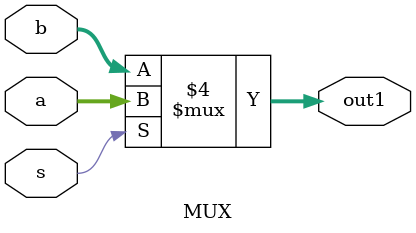
<source format=v>
module MUX(
    a,
    b,
    s,
    out1
);

input [7:0]a, b;
input s;

output [7:0]out1;

reg [7:0]out1;

always@(a,b,s) begin
    if(s==1'b1) begin
        out1=a;
    end
    else begin
        out1=b;
    end
end

endmodule
</source>
